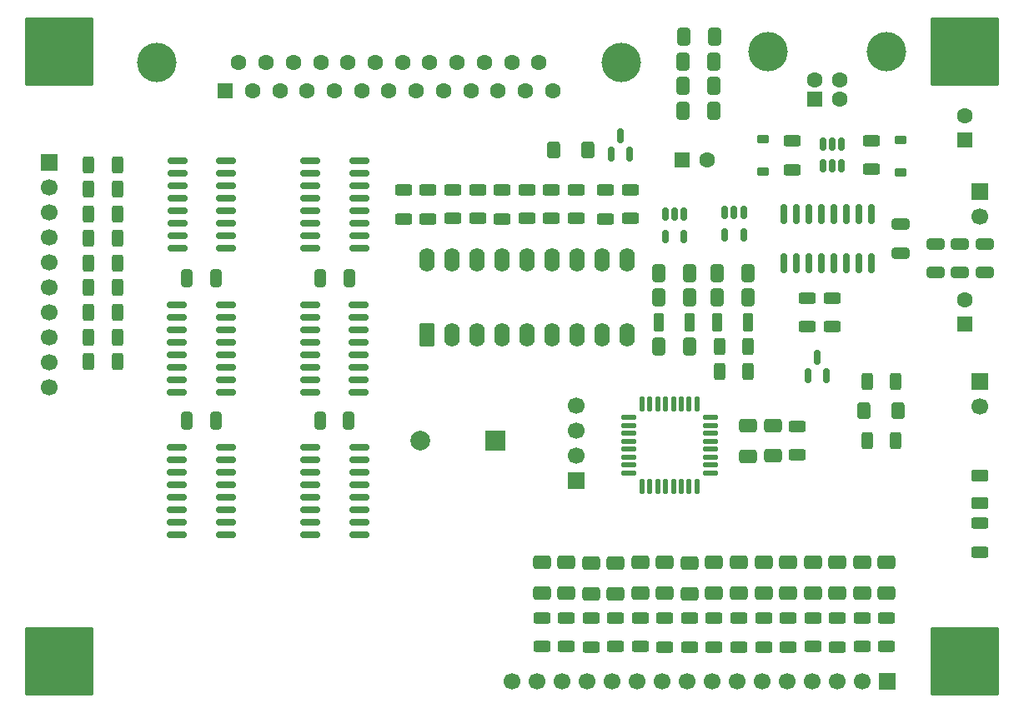
<source format=gbr>
%TF.GenerationSoftware,KiCad,Pcbnew,9.0.2-2.fc42*%
%TF.CreationDate,2025-06-06T11:43:54+08:00*%
%TF.ProjectId,wired_console_k9ay,77697265-645f-4636-9f6e-736f6c655f6b,rev?*%
%TF.SameCoordinates,Original*%
%TF.FileFunction,Soldermask,Top*%
%TF.FilePolarity,Negative*%
%FSLAX46Y46*%
G04 Gerber Fmt 4.6, Leading zero omitted, Abs format (unit mm)*
G04 Created by KiCad (PCBNEW 9.0.2-2.fc42) date 2025-06-06 11:43:54*
%MOMM*%
%LPD*%
G01*
G04 APERTURE LIST*
G04 Aperture macros list*
%AMRoundRect*
0 Rectangle with rounded corners*
0 $1 Rounding radius*
0 $2 $3 $4 $5 $6 $7 $8 $9 X,Y pos of 4 corners*
0 Add a 4 corners polygon primitive as box body*
4,1,4,$2,$3,$4,$5,$6,$7,$8,$9,$2,$3,0*
0 Add four circle primitives for the rounded corners*
1,1,$1+$1,$2,$3*
1,1,$1+$1,$4,$5*
1,1,$1+$1,$6,$7*
1,1,$1+$1,$8,$9*
0 Add four rect primitives between the rounded corners*
20,1,$1+$1,$2,$3,$4,$5,0*
20,1,$1+$1,$4,$5,$6,$7,0*
20,1,$1+$1,$6,$7,$8,$9,0*
20,1,$1+$1,$8,$9,$2,$3,0*%
G04 Aperture macros list end*
%ADD10RoundRect,0.250000X0.625000X-0.312500X0.625000X0.312500X-0.625000X0.312500X-0.625000X-0.312500X0*%
%ADD11RoundRect,0.250000X-0.412500X-0.650000X0.412500X-0.650000X0.412500X0.650000X-0.412500X0.650000X0*%
%ADD12RoundRect,0.250000X0.650000X-0.412500X0.650000X0.412500X-0.650000X0.412500X-0.650000X-0.412500X0*%
%ADD13RoundRect,0.249998X-3.250002X-3.250002X3.250002X-3.250002X3.250002X3.250002X-3.250002X3.250002X0*%
%ADD14RoundRect,0.150000X-0.150000X0.512500X-0.150000X-0.512500X0.150000X-0.512500X0.150000X0.512500X0*%
%ADD15RoundRect,0.150000X-0.825000X-0.150000X0.825000X-0.150000X0.825000X0.150000X-0.825000X0.150000X0*%
%ADD16RoundRect,0.250000X0.550000X-0.950000X0.550000X0.950000X-0.550000X0.950000X-0.550000X-0.950000X0*%
%ADD17O,1.600000X2.400000*%
%ADD18RoundRect,0.150000X-0.150000X0.825000X-0.150000X-0.825000X0.150000X-0.825000X0.150000X0.825000X0*%
%ADD19RoundRect,0.150000X0.150000X-0.512500X0.150000X0.512500X-0.150000X0.512500X-0.150000X-0.512500X0*%
%ADD20RoundRect,0.125000X0.625000X0.125000X-0.625000X0.125000X-0.625000X-0.125000X0.625000X-0.125000X0*%
%ADD21RoundRect,0.125000X0.125000X0.625000X-0.125000X0.625000X-0.125000X-0.625000X0.125000X-0.625000X0*%
%ADD22RoundRect,0.250000X0.312500X0.625000X-0.312500X0.625000X-0.312500X-0.625000X0.312500X-0.625000X0*%
%ADD23RoundRect,0.250000X-0.312500X-0.625000X0.312500X-0.625000X0.312500X0.625000X-0.312500X0.625000X0*%
%ADD24RoundRect,0.250000X-0.625000X0.312500X-0.625000X-0.312500X0.625000X-0.312500X0.625000X0.312500X0*%
%ADD25RoundRect,0.150000X0.150000X-0.587500X0.150000X0.587500X-0.150000X0.587500X-0.150000X-0.587500X0*%
%ADD26RoundRect,0.250000X0.275000X0.700000X-0.275000X0.700000X-0.275000X-0.700000X0.275000X-0.700000X0*%
%ADD27RoundRect,0.250000X-0.275000X-0.700000X0.275000X-0.700000X0.275000X0.700000X-0.275000X0.700000X0*%
%ADD28R,1.600000X1.600000*%
%ADD29C,1.600000*%
%ADD30C,4.000000*%
%ADD31R,1.700000X1.700000*%
%ADD32C,1.700000*%
%ADD33RoundRect,0.250000X-0.400000X-0.600000X0.400000X-0.600000X0.400000X0.600000X-0.400000X0.600000X0*%
%ADD34RoundRect,0.250000X-0.625000X0.375000X-0.625000X-0.375000X0.625000X-0.375000X0.625000X0.375000X0*%
%ADD35RoundRect,0.250000X0.400000X0.600000X-0.400000X0.600000X-0.400000X-0.600000X0.400000X-0.600000X0*%
%ADD36RoundRect,0.225000X0.375000X-0.225000X0.375000X0.225000X-0.375000X0.225000X-0.375000X-0.225000X0*%
%ADD37RoundRect,0.250000X-0.550000X-0.550000X0.550000X-0.550000X0.550000X0.550000X-0.550000X0.550000X0*%
%ADD38RoundRect,0.250000X0.412500X0.650000X-0.412500X0.650000X-0.412500X-0.650000X0.412500X-0.650000X0*%
%ADD39RoundRect,0.250000X-0.325000X-0.650000X0.325000X-0.650000X0.325000X0.650000X-0.325000X0.650000X0*%
%ADD40RoundRect,0.250000X0.550000X-0.550000X0.550000X0.550000X-0.550000X0.550000X-0.550000X-0.550000X0*%
%ADD41RoundRect,0.250000X0.650000X-0.325000X0.650000X0.325000X-0.650000X0.325000X-0.650000X-0.325000X0*%
%ADD42RoundRect,0.250000X-0.650000X0.325000X-0.650000X-0.325000X0.650000X-0.325000X0.650000X0.325000X0*%
%ADD43R,2.000000X2.000000*%
%ADD44C,2.000000*%
G04 APERTURE END LIST*
D10*
%TO.C,R17*%
X153000000Y-46037500D03*
X153000000Y-48962500D03*
%TD*%
D11*
%TO.C,C37*%
X134562500Y-67000000D03*
X131437500Y-67000000D03*
%TD*%
D12*
%TO.C,C16*%
X140500000Y-75037500D03*
X140500000Y-78162500D03*
%TD*%
D13*
%TO.C,J11*%
X162500000Y-99000000D03*
%TD*%
%TO.C,J10*%
X70500000Y-99000000D03*
%TD*%
%TO.C,J9*%
X162500000Y-37000000D03*
%TD*%
%TO.C,J8*%
X70500000Y-37000000D03*
%TD*%
D14*
%TO.C,U12*%
X133950000Y-53500000D03*
X133000000Y-53500000D03*
X132050000Y-53500000D03*
X132050000Y-55775000D03*
X133950000Y-55775000D03*
%TD*%
D15*
%TO.C,U11*%
X82500000Y-62730000D03*
X82500000Y-64000000D03*
X82500000Y-65270000D03*
X82500000Y-66540000D03*
X82500000Y-67810000D03*
X82500000Y-69080000D03*
X82500000Y-70350000D03*
X82500000Y-71620000D03*
X87450000Y-71620000D03*
X87450000Y-70350000D03*
X87450000Y-69080000D03*
X87450000Y-67810000D03*
X87450000Y-66540000D03*
X87450000Y-65270000D03*
X87450000Y-64000000D03*
X87450000Y-62730000D03*
%TD*%
D16*
%TO.C,U10*%
X107840000Y-65810000D03*
D17*
X110380000Y-65810000D03*
X112920000Y-65810000D03*
X115460000Y-65810000D03*
X118000000Y-65810000D03*
X120540000Y-65810000D03*
X123080000Y-65810000D03*
X125620000Y-65810000D03*
X128160000Y-65810000D03*
X128160000Y-58190000D03*
X125620000Y-58190000D03*
X123080000Y-58190000D03*
X120540000Y-58190000D03*
X118000000Y-58190000D03*
X115460000Y-58190000D03*
X112920000Y-58190000D03*
X110380000Y-58190000D03*
X107840000Y-58190000D03*
%TD*%
D15*
%TO.C,U9*%
X96025000Y-48055000D03*
X96025000Y-49325000D03*
X96025000Y-50595000D03*
X96025000Y-51865000D03*
X96025000Y-53135000D03*
X96025000Y-54405000D03*
X96025000Y-55675000D03*
X96025000Y-56945000D03*
X100975000Y-56945000D03*
X100975000Y-55675000D03*
X100975000Y-54405000D03*
X100975000Y-53135000D03*
X100975000Y-51865000D03*
X100975000Y-50595000D03*
X100975000Y-49325000D03*
X100975000Y-48055000D03*
%TD*%
%TO.C,U8*%
X82550000Y-48055000D03*
X82550000Y-49325000D03*
X82550000Y-50595000D03*
X82550000Y-51865000D03*
X82550000Y-53135000D03*
X82550000Y-54405000D03*
X82550000Y-55675000D03*
X82550000Y-56945000D03*
X87500000Y-56945000D03*
X87500000Y-55675000D03*
X87500000Y-54405000D03*
X87500000Y-53135000D03*
X87500000Y-51865000D03*
X87500000Y-50595000D03*
X87500000Y-49325000D03*
X87500000Y-48055000D03*
%TD*%
%TO.C,U7*%
X82500000Y-77230000D03*
X82500000Y-78500000D03*
X82500000Y-79770000D03*
X82500000Y-81040000D03*
X82500000Y-82310000D03*
X82500000Y-83580000D03*
X82500000Y-84850000D03*
X82500000Y-86120000D03*
X87450000Y-86120000D03*
X87450000Y-84850000D03*
X87450000Y-83580000D03*
X87450000Y-82310000D03*
X87450000Y-81040000D03*
X87450000Y-79770000D03*
X87450000Y-78500000D03*
X87450000Y-77230000D03*
%TD*%
%TO.C,U6*%
X96025000Y-77230000D03*
X96025000Y-78500000D03*
X96025000Y-79770000D03*
X96025000Y-81040000D03*
X96025000Y-82310000D03*
X96025000Y-83580000D03*
X96025000Y-84850000D03*
X96025000Y-86120000D03*
X100975000Y-86120000D03*
X100975000Y-84850000D03*
X100975000Y-83580000D03*
X100975000Y-82310000D03*
X100975000Y-81040000D03*
X100975000Y-79770000D03*
X100975000Y-78500000D03*
X100975000Y-77230000D03*
%TD*%
%TO.C,U5*%
X96000000Y-62730000D03*
X96000000Y-64000000D03*
X96000000Y-65270000D03*
X96000000Y-66540000D03*
X96000000Y-67810000D03*
X96000000Y-69080000D03*
X96000000Y-70350000D03*
X96000000Y-71620000D03*
X100950000Y-71620000D03*
X100950000Y-70350000D03*
X100950000Y-69080000D03*
X100950000Y-67810000D03*
X100950000Y-66540000D03*
X100950000Y-65270000D03*
X100950000Y-64000000D03*
X100950000Y-62730000D03*
%TD*%
D14*
%TO.C,U4*%
X140012500Y-53312500D03*
X139062500Y-53312500D03*
X138112500Y-53312500D03*
X138112500Y-55587500D03*
X140012500Y-55587500D03*
%TD*%
D18*
%TO.C,U3*%
X153000000Y-53525000D03*
X151730000Y-53525000D03*
X150460000Y-53525000D03*
X149190000Y-53525000D03*
X147920000Y-53525000D03*
X146650000Y-53525000D03*
X145380000Y-53525000D03*
X144110000Y-53525000D03*
X144110000Y-58475000D03*
X145380000Y-58475000D03*
X146650000Y-58475000D03*
X147920000Y-58475000D03*
X149190000Y-58475000D03*
X150460000Y-58475000D03*
X151730000Y-58475000D03*
X153000000Y-58475000D03*
%TD*%
D19*
%TO.C,U2*%
X148050000Y-48637500D03*
X149000000Y-48637500D03*
X149950000Y-48637500D03*
X149950000Y-46362500D03*
X149000000Y-46362500D03*
X148050000Y-46362500D03*
%TD*%
D20*
%TO.C,U1*%
X136675000Y-79800000D03*
X136675000Y-79000000D03*
X136675000Y-78200000D03*
X136675000Y-77400000D03*
X136675000Y-76600000D03*
X136675000Y-75800000D03*
X136675000Y-75000000D03*
X136675000Y-74200000D03*
D21*
X135300000Y-72825000D03*
X134500000Y-72825000D03*
X133700000Y-72825000D03*
X132900000Y-72825000D03*
X132100000Y-72825000D03*
X131300000Y-72825000D03*
X130500000Y-72825000D03*
X129700000Y-72825000D03*
D20*
X128325000Y-74200000D03*
X128325000Y-75000000D03*
X128325000Y-75800000D03*
X128325000Y-76600000D03*
X128325000Y-77400000D03*
X128325000Y-78200000D03*
X128325000Y-79000000D03*
X128325000Y-79800000D03*
D21*
X129700000Y-81175000D03*
X130500000Y-81175000D03*
X131300000Y-81175000D03*
X132100000Y-81175000D03*
X132900000Y-81175000D03*
X133700000Y-81175000D03*
X134500000Y-81175000D03*
X135300000Y-81175000D03*
%TD*%
D22*
%TO.C,R36*%
X140500000Y-67000000D03*
X137575000Y-67000000D03*
%TD*%
D23*
%TO.C,R35*%
X137575000Y-69500000D03*
X140500000Y-69500000D03*
%TD*%
%TO.C,R34*%
X152537500Y-76500000D03*
X155462500Y-76500000D03*
%TD*%
%TO.C,R33*%
X152537500Y-70500000D03*
X155462500Y-70500000D03*
%TD*%
D10*
%TO.C,R32*%
X128500000Y-53962500D03*
X128500000Y-51037500D03*
%TD*%
%TO.C,R31*%
X126000000Y-54000000D03*
X126000000Y-51075000D03*
%TD*%
D23*
%TO.C,R30*%
X73500000Y-68500000D03*
X76425000Y-68500000D03*
%TD*%
%TO.C,R29*%
X73500000Y-66000000D03*
X76425000Y-66000000D03*
%TD*%
%TO.C,R28*%
X73500000Y-63500000D03*
X76425000Y-63500000D03*
%TD*%
%TO.C,R27*%
X73500000Y-61000000D03*
X76425000Y-61000000D03*
%TD*%
%TO.C,R26*%
X73537500Y-58500000D03*
X76462500Y-58500000D03*
%TD*%
%TO.C,R25*%
X73500000Y-56000000D03*
X76425000Y-56000000D03*
%TD*%
%TO.C,R24*%
X73500000Y-53500000D03*
X76425000Y-53500000D03*
%TD*%
%TO.C,R23*%
X73537500Y-51000000D03*
X76462500Y-51000000D03*
%TD*%
%TO.C,R22*%
X73537500Y-48500000D03*
X76462500Y-48500000D03*
%TD*%
D24*
%TO.C,R21*%
X164000000Y-84937500D03*
X164000000Y-87862500D03*
%TD*%
D10*
%TO.C,R20*%
X146500000Y-64962500D03*
X146500000Y-62037500D03*
%TD*%
%TO.C,R19*%
X149000000Y-64962500D03*
X149000000Y-62037500D03*
%TD*%
%TO.C,R18*%
X145000000Y-49000000D03*
X145000000Y-46075000D03*
%TD*%
D24*
%TO.C,R16*%
X145500000Y-75075000D03*
X145500000Y-78000000D03*
%TD*%
%TO.C,R15*%
X119540000Y-94537500D03*
X119540000Y-97462500D03*
%TD*%
%TO.C,R14*%
X122040000Y-94537500D03*
X122040000Y-97462500D03*
%TD*%
%TO.C,R13*%
X124540000Y-94575000D03*
X124540000Y-97500000D03*
%TD*%
%TO.C,R12*%
X127040000Y-94537500D03*
X127040000Y-97462500D03*
%TD*%
%TO.C,R11*%
X129540000Y-94537500D03*
X129540000Y-97462500D03*
%TD*%
%TO.C,R10*%
X132040000Y-94575000D03*
X132040000Y-97500000D03*
%TD*%
%TO.C,R9*%
X134540000Y-94575000D03*
X134540000Y-97500000D03*
%TD*%
%TO.C,R8*%
X137040000Y-94575000D03*
X137040000Y-97500000D03*
%TD*%
%TO.C,R7*%
X139540000Y-94575000D03*
X139540000Y-97500000D03*
%TD*%
%TO.C,R6*%
X142040000Y-94575000D03*
X142040000Y-97500000D03*
%TD*%
%TO.C,R5*%
X144540000Y-94575000D03*
X144540000Y-97500000D03*
%TD*%
%TO.C,R4*%
X147040000Y-94537500D03*
X147040000Y-97462500D03*
%TD*%
%TO.C,R3*%
X149540000Y-94575000D03*
X149540000Y-97500000D03*
%TD*%
%TO.C,R2*%
X152040000Y-94537500D03*
X152040000Y-97462500D03*
%TD*%
%TO.C,R1*%
X154540000Y-94537500D03*
X154540000Y-97462500D03*
%TD*%
D25*
%TO.C,Q2*%
X146550000Y-69937500D03*
X148450000Y-69937500D03*
X147500000Y-68062500D03*
%TD*%
%TO.C,Q1*%
X126550000Y-47437500D03*
X128450000Y-47437500D03*
X127500000Y-45562500D03*
%TD*%
D26*
%TO.C,L2*%
X134525000Y-64500000D03*
X131375000Y-64500000D03*
%TD*%
D27*
%TO.C,L1*%
X137350000Y-64500000D03*
X140500000Y-64500000D03*
%TD*%
D28*
%TO.C,J7*%
X147250000Y-41860000D03*
D29*
X149750000Y-41860000D03*
X149750000Y-39860000D03*
X147250000Y-39860000D03*
D30*
X142500000Y-37000000D03*
X154500000Y-37000000D03*
%TD*%
%TO.C,J6*%
X127565000Y-38140000D03*
X80465000Y-38140000D03*
D28*
X87395000Y-40980000D03*
D29*
X90165000Y-40980000D03*
X92935000Y-40980000D03*
X95705000Y-40980000D03*
X98475000Y-40980000D03*
X101245000Y-40980000D03*
X104015000Y-40980000D03*
X106785000Y-40980000D03*
X109555000Y-40980000D03*
X112325000Y-40980000D03*
X115095000Y-40980000D03*
X117865000Y-40980000D03*
X120635000Y-40980000D03*
X88780000Y-38140000D03*
X91550000Y-38140000D03*
X94320000Y-38140000D03*
X97090000Y-38140000D03*
X99860000Y-38140000D03*
X102630000Y-38140000D03*
X105400000Y-38140000D03*
X108170000Y-38140000D03*
X110940000Y-38140000D03*
X113710000Y-38140000D03*
X116480000Y-38140000D03*
X119250000Y-38140000D03*
%TD*%
D31*
%TO.C,J5*%
X69500000Y-48260000D03*
D32*
X69500000Y-50800000D03*
X69500000Y-53340000D03*
X69500000Y-55880000D03*
X69500000Y-58420000D03*
X69500000Y-60960000D03*
X69500000Y-63500000D03*
X69500000Y-66040000D03*
X69500000Y-68580000D03*
X69500000Y-71120000D03*
%TD*%
D31*
%TO.C,J4*%
X164000000Y-51225000D03*
D32*
X164000000Y-53765000D03*
%TD*%
D31*
%TO.C,J3*%
X164000000Y-70500000D03*
D32*
X164000000Y-73040000D03*
%TD*%
D31*
%TO.C,J2*%
X123000000Y-80580000D03*
D32*
X123000000Y-78040000D03*
X123000000Y-75500000D03*
X123000000Y-72960000D03*
%TD*%
D10*
%TO.C,F8*%
X123000000Y-53962500D03*
X123000000Y-51037500D03*
%TD*%
%TO.C,F7*%
X120500000Y-53962500D03*
X120500000Y-51037500D03*
%TD*%
%TO.C,F6*%
X118000000Y-53962500D03*
X118000000Y-51037500D03*
%TD*%
%TO.C,F5*%
X115500000Y-54000000D03*
X115500000Y-51075000D03*
%TD*%
%TO.C,F4*%
X113000000Y-53962500D03*
X113000000Y-51037500D03*
%TD*%
%TO.C,F3*%
X110500000Y-53962500D03*
X110500000Y-51037500D03*
%TD*%
%TO.C,F2*%
X108000000Y-54000000D03*
X108000000Y-51075000D03*
%TD*%
%TO.C,F1*%
X105500000Y-54000000D03*
X105500000Y-51075000D03*
%TD*%
D33*
%TO.C,D5*%
X120750000Y-47000000D03*
X124250000Y-47000000D03*
%TD*%
D34*
%TO.C,D4*%
X164000000Y-80100000D03*
X164000000Y-82900000D03*
%TD*%
D35*
%TO.C,D3*%
X155750000Y-73500000D03*
X152250000Y-73500000D03*
%TD*%
D36*
%TO.C,D2*%
X142000000Y-49187500D03*
X142000000Y-45887500D03*
%TD*%
%TO.C,D1*%
X156000000Y-49300000D03*
X156000000Y-46000000D03*
%TD*%
D37*
%TO.C,C36*%
X133794888Y-48000000D03*
D29*
X136294888Y-48000000D03*
%TD*%
D38*
%TO.C,C35*%
X134575000Y-62000000D03*
X131450000Y-62000000D03*
%TD*%
%TO.C,C34*%
X134575000Y-59500000D03*
X131450000Y-59500000D03*
%TD*%
D11*
%TO.C,C33*%
X133937500Y-35500000D03*
X137062500Y-35500000D03*
%TD*%
%TO.C,C32*%
X133875000Y-38000000D03*
X137000000Y-38000000D03*
%TD*%
D39*
%TO.C,C31*%
X83525000Y-60000000D03*
X86475000Y-60000000D03*
%TD*%
%TO.C,C30*%
X83500000Y-74500000D03*
X86450000Y-74500000D03*
%TD*%
%TO.C,C29*%
X97000000Y-74500000D03*
X99950000Y-74500000D03*
%TD*%
%TO.C,C28*%
X97025000Y-60000000D03*
X99975000Y-60000000D03*
%TD*%
D40*
%TO.C,C27*%
X162500000Y-64705113D03*
D29*
X162500000Y-62205113D03*
%TD*%
D38*
%TO.C,C26*%
X140487500Y-62000000D03*
X137362500Y-62000000D03*
%TD*%
%TO.C,C25*%
X140487500Y-59500000D03*
X137362500Y-59500000D03*
%TD*%
D41*
%TO.C,C24*%
X156000000Y-57475000D03*
X156000000Y-54525000D03*
%TD*%
D11*
%TO.C,C23*%
X133875000Y-40500000D03*
X137000000Y-40500000D03*
%TD*%
%TO.C,C22*%
X133875000Y-43000000D03*
X137000000Y-43000000D03*
%TD*%
D42*
%TO.C,C21*%
X164500000Y-56525000D03*
X164500000Y-59475000D03*
%TD*%
%TO.C,C20*%
X162000000Y-56525000D03*
X162000000Y-59475000D03*
%TD*%
%TO.C,C19*%
X159500000Y-56525000D03*
X159500000Y-59475000D03*
%TD*%
D40*
%TO.C,C18*%
X162500000Y-46000000D03*
D29*
X162500000Y-43500000D03*
%TD*%
D12*
%TO.C,C17*%
X143000000Y-78100000D03*
X143000000Y-74975000D03*
%TD*%
%TO.C,C15*%
X154540000Y-92062500D03*
X154540000Y-88937500D03*
%TD*%
%TO.C,C14*%
X152040000Y-92062500D03*
X152040000Y-88937500D03*
%TD*%
%TO.C,C13*%
X149540000Y-92062500D03*
X149540000Y-88937500D03*
%TD*%
%TO.C,C12*%
X147040000Y-92062500D03*
X147040000Y-88937500D03*
%TD*%
%TO.C,C11*%
X144540000Y-92062500D03*
X144540000Y-88937500D03*
%TD*%
%TO.C,C10*%
X142040000Y-92062500D03*
X142040000Y-88937500D03*
%TD*%
%TO.C,C9*%
X139540000Y-92062500D03*
X139540000Y-88937500D03*
%TD*%
%TO.C,C8*%
X137040000Y-92062500D03*
X137040000Y-88937500D03*
%TD*%
%TO.C,C7*%
X134540000Y-92125000D03*
X134540000Y-89000000D03*
%TD*%
%TO.C,C6*%
X132040000Y-92062500D03*
X132040000Y-88937500D03*
%TD*%
%TO.C,C5*%
X129540000Y-92062500D03*
X129540000Y-88937500D03*
%TD*%
%TO.C,C4*%
X127040000Y-92125000D03*
X127040000Y-89000000D03*
%TD*%
%TO.C,C3*%
X124540000Y-92125000D03*
X124540000Y-89000000D03*
%TD*%
%TO.C,C2*%
X122040000Y-92062500D03*
X122040000Y-88937500D03*
%TD*%
%TO.C,C1*%
X119540000Y-92062500D03*
X119540000Y-88937500D03*
%TD*%
D43*
%TO.C,BZ1*%
X114800000Y-76500000D03*
D44*
X107200000Y-76500000D03*
%TD*%
D31*
%TO.C,J1*%
X154580000Y-101000000D03*
D32*
X152040000Y-101000000D03*
X149500000Y-101000000D03*
X146960000Y-101000000D03*
X144420000Y-101000000D03*
X141880000Y-101000000D03*
X139340000Y-101000000D03*
X136800000Y-101000000D03*
X134260000Y-101000000D03*
X131720000Y-101000000D03*
X129180000Y-101000000D03*
X126640000Y-101000000D03*
X124100000Y-101000000D03*
X121560000Y-101000000D03*
X119020000Y-101000000D03*
X116480000Y-101000000D03*
%TD*%
M02*

</source>
